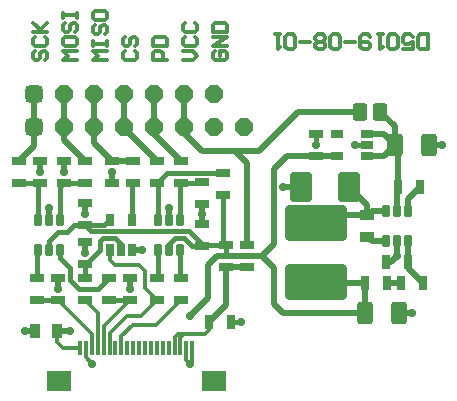
<source format=gtl>
G04*
G04 #@! TF.GenerationSoftware,Altium Limited,Altium Designer,22.3.1 (43)*
G04*
G04 Layer_Physical_Order=1*
G04 Layer_Color=255*
%FSLAX25Y25*%
%MOIN*%
G70*
G04*
G04 #@! TF.SameCoordinates,4C0AD069-EB26-4D81-AE36-419DC19207D4*
G04*
G04*
G04 #@! TF.FilePolarity,Positive*
G04*
G01*
G75*
%ADD10C,0.01181*%
G04:AMPARAMS|DCode=27|XSize=118.11mil|YSize=204.72mil|CornerRadius=11.81mil|HoleSize=0mil|Usage=FLASHONLY|Rotation=90.000|XOffset=0mil|YOffset=0mil|HoleType=Round|Shape=RoundedRectangle|*
%AMROUNDEDRECTD27*
21,1,0.11811,0.18110,0,0,90.0*
21,1,0.09449,0.20472,0,0,90.0*
1,1,0.02362,0.09055,0.04724*
1,1,0.02362,0.09055,-0.04724*
1,1,0.02362,-0.09055,-0.04724*
1,1,0.02362,-0.09055,0.04724*
%
%ADD27ROUNDEDRECTD27*%
G04:AMPARAMS|DCode=28|XSize=72.84mil|YSize=51.18mil|CornerRadius=7.68mil|HoleSize=0mil|Usage=FLASHONLY|Rotation=270.000|XOffset=0mil|YOffset=0mil|HoleType=Round|Shape=RoundedRectangle|*
%AMROUNDEDRECTD28*
21,1,0.07284,0.03583,0,0,270.0*
21,1,0.05748,0.05118,0,0,270.0*
1,1,0.01535,-0.01791,-0.02874*
1,1,0.01535,-0.01791,0.02874*
1,1,0.01535,0.01791,0.02874*
1,1,0.01535,0.01791,-0.02874*
%
%ADD28ROUNDEDRECTD28*%
G04:AMPARAMS|DCode=29|XSize=74.8mil|YSize=98.43mil|CornerRadius=11.22mil|HoleSize=0mil|Usage=FLASHONLY|Rotation=180.000|XOffset=0mil|YOffset=0mil|HoleType=Round|Shape=RoundedRectangle|*
%AMROUNDEDRECTD29*
21,1,0.07480,0.07598,0,0,180.0*
21,1,0.05236,0.09843,0,0,180.0*
1,1,0.02244,-0.02618,0.03799*
1,1,0.02244,0.02618,0.03799*
1,1,0.02244,0.02618,-0.03799*
1,1,0.02244,-0.02618,-0.03799*
%
%ADD29ROUNDEDRECTD29*%
G04:AMPARAMS|DCode=30|XSize=49.21mil|YSize=27.56mil|CornerRadius=2.76mil|HoleSize=0mil|Usage=FLASHONLY|Rotation=0.000|XOffset=0mil|YOffset=0mil|HoleType=Round|Shape=RoundedRectangle|*
%AMROUNDEDRECTD30*
21,1,0.04921,0.02205,0,0,0.0*
21,1,0.04370,0.02756,0,0,0.0*
1,1,0.00551,0.02185,-0.01102*
1,1,0.00551,-0.02185,-0.01102*
1,1,0.00551,-0.02185,0.01102*
1,1,0.00551,0.02185,0.01102*
%
%ADD30ROUNDEDRECTD30*%
G04:AMPARAMS|DCode=31|XSize=23.62mil|YSize=43.31mil|CornerRadius=5.91mil|HoleSize=0mil|Usage=FLASHONLY|Rotation=0.000|XOffset=0mil|YOffset=0mil|HoleType=Round|Shape=RoundedRectangle|*
%AMROUNDEDRECTD31*
21,1,0.02362,0.03150,0,0,0.0*
21,1,0.01181,0.04331,0,0,0.0*
1,1,0.01181,0.00591,-0.01575*
1,1,0.01181,-0.00591,-0.01575*
1,1,0.01181,-0.00591,0.01575*
1,1,0.01181,0.00591,0.01575*
%
%ADD31ROUNDEDRECTD31*%
G04:AMPARAMS|DCode=32|XSize=49.21mil|YSize=31.5mil|CornerRadius=3.15mil|HoleSize=0mil|Usage=FLASHONLY|Rotation=90.000|XOffset=0mil|YOffset=0mil|HoleType=Round|Shape=RoundedRectangle|*
%AMROUNDEDRECTD32*
21,1,0.04921,0.02520,0,0,90.0*
21,1,0.04291,0.03150,0,0,90.0*
1,1,0.00630,0.01260,0.02146*
1,1,0.00630,0.01260,-0.02146*
1,1,0.00630,-0.01260,-0.02146*
1,1,0.00630,-0.01260,0.02146*
%
%ADD32ROUNDEDRECTD32*%
G04:AMPARAMS|DCode=33|XSize=49.21mil|YSize=31.5mil|CornerRadius=3.15mil|HoleSize=0mil|Usage=FLASHONLY|Rotation=180.000|XOffset=0mil|YOffset=0mil|HoleType=Round|Shape=RoundedRectangle|*
%AMROUNDEDRECTD33*
21,1,0.04921,0.02520,0,0,180.0*
21,1,0.04291,0.03150,0,0,180.0*
1,1,0.00630,-0.02146,0.01260*
1,1,0.00630,0.02146,0.01260*
1,1,0.00630,0.02146,-0.01260*
1,1,0.00630,-0.02146,-0.01260*
%
%ADD33ROUNDEDRECTD33*%
G04:AMPARAMS|DCode=34|XSize=49.21mil|YSize=27.56mil|CornerRadius=2.76mil|HoleSize=0mil|Usage=FLASHONLY|Rotation=270.000|XOffset=0mil|YOffset=0mil|HoleType=Round|Shape=RoundedRectangle|*
%AMROUNDEDRECTD34*
21,1,0.04921,0.02205,0,0,270.0*
21,1,0.04370,0.02756,0,0,270.0*
1,1,0.00551,-0.01102,-0.02185*
1,1,0.00551,-0.01102,0.02185*
1,1,0.00551,0.01102,0.02185*
1,1,0.00551,0.01102,-0.02185*
%
%ADD34ROUNDEDRECTD34*%
G04:AMPARAMS|DCode=35|XSize=23.62mil|YSize=43.31mil|CornerRadius=2.36mil|HoleSize=0mil|Usage=FLASHONLY|Rotation=180.000|XOffset=0mil|YOffset=0mil|HoleType=Round|Shape=RoundedRectangle|*
%AMROUNDEDRECTD35*
21,1,0.02362,0.03858,0,0,180.0*
21,1,0.01890,0.04331,0,0,180.0*
1,1,0.00472,-0.00945,0.01929*
1,1,0.00472,0.00945,0.01929*
1,1,0.00472,0.00945,-0.01929*
1,1,0.00472,-0.00945,-0.01929*
%
%ADD35ROUNDEDRECTD35*%
G04:AMPARAMS|DCode=36|XSize=57.09mil|YSize=49.21mil|CornerRadius=9.84mil|HoleSize=0mil|Usage=FLASHONLY|Rotation=90.000|XOffset=0mil|YOffset=0mil|HoleType=Round|Shape=RoundedRectangle|*
%AMROUNDEDRECTD36*
21,1,0.05709,0.02953,0,0,90.0*
21,1,0.03740,0.04921,0,0,90.0*
1,1,0.01968,0.01476,0.01870*
1,1,0.01968,0.01476,-0.01870*
1,1,0.01968,-0.01476,-0.01870*
1,1,0.01968,-0.01476,0.01870*
%
%ADD36ROUNDEDRECTD36*%
G04:AMPARAMS|DCode=37|XSize=23.62mil|YSize=43.31mil|CornerRadius=2.36mil|HoleSize=0mil|Usage=FLASHONLY|Rotation=270.000|XOffset=0mil|YOffset=0mil|HoleType=Round|Shape=RoundedRectangle|*
%AMROUNDEDRECTD37*
21,1,0.02362,0.03858,0,0,270.0*
21,1,0.01890,0.04331,0,0,270.0*
1,1,0.00472,-0.01929,-0.00945*
1,1,0.00472,-0.01929,0.00945*
1,1,0.00472,0.01929,0.00945*
1,1,0.00472,0.01929,-0.00945*
%
%ADD37ROUNDEDRECTD37*%
%ADD38R,0.01181X0.05118*%
%ADD39R,0.07874X0.07087*%
%ADD40C,0.01968*%
%ADD41C,0.01575*%
%ADD42C,0.01200*%
%ADD43P,0.06392X8X22.5*%
G04:AMPARAMS|DCode=44|XSize=59.06mil|YSize=59.06mil|CornerRadius=14.76mil|HoleSize=0mil|Usage=FLASHONLY|Rotation=0.000|XOffset=0mil|YOffset=0mil|HoleType=Round|Shape=RoundedRectangle|*
%AMROUNDEDRECTD44*
21,1,0.05906,0.02953,0,0,0.0*
21,1,0.02953,0.05906,0,0,0.0*
1,1,0.02953,0.01476,-0.01476*
1,1,0.02953,-0.01476,-0.01476*
1,1,0.02953,-0.01476,0.01476*
1,1,0.02953,0.01476,0.01476*
%
%ADD44ROUNDEDRECTD44*%
%ADD45C,0.02756*%
D10*
X21921Y27457D02*
Y31000D01*
Y27457D02*
X24189Y25189D01*
X29740D01*
X41378Y53000D02*
X49378D01*
X39638Y54740D02*
X41378Y53000D01*
X39638Y54740D02*
Y57882D01*
X49378Y53000D02*
X51378Y51000D01*
Y45260D02*
Y51000D01*
Y45260D02*
X55378Y41260D01*
X22378Y41260D02*
X33677Y29961D01*
Y25189D02*
Y29961D01*
X39378Y41260D02*
X39378Y41260D01*
X55118Y33000D02*
X63378Y41260D01*
X47378Y33000D02*
X55118D01*
X45378Y36000D02*
X50118D01*
X39583Y30205D02*
X45378Y36000D01*
X50118D02*
X55378Y41260D01*
X43520Y29142D02*
X47378Y33000D01*
X43520Y25189D02*
Y29142D01*
X39583Y25189D02*
Y30205D01*
X37614Y32496D02*
X46378Y41260D01*
X37614Y25189D02*
Y32496D01*
X31378Y41260D02*
X35646Y36992D01*
Y25189D02*
Y36992D01*
X62378Y30000D02*
X64378D01*
X61236Y28858D02*
X62378Y30000D01*
X72638Y31260D02*
Y34000D01*
X71378Y30000D02*
X72638Y31260D01*
X64378Y30000D02*
X71378D01*
X63205Y28827D02*
X64378Y30000D01*
X63205Y25189D02*
Y28827D01*
X61236Y25189D02*
Y28858D01*
X66378Y20000D02*
X67142Y20764D01*
Y25189D01*
X65173Y21205D02*
X66378Y20000D01*
X65173Y21205D02*
Y25189D01*
X31709Y22169D02*
X33878Y20000D01*
X31709Y22169D02*
Y25189D01*
X74883Y124330D02*
X74096Y123542D01*
Y121968D01*
X74883Y121181D01*
X78032D01*
X78819Y121968D01*
Y123542D01*
X78032Y124330D01*
X76458D01*
Y122755D01*
X78819Y125904D02*
X74096D01*
X78819Y129053D01*
X74096D01*
Y130627D02*
X78819D01*
Y132988D01*
X78032Y133775D01*
X74883D01*
X74096Y132988D01*
Y130627D01*
X64096Y121181D02*
X67245D01*
X68819Y122755D01*
X67245Y124330D01*
X64096D01*
X64883Y129053D02*
X64096Y128265D01*
Y126691D01*
X64883Y125904D01*
X68032D01*
X68819Y126691D01*
Y128265D01*
X68032Y129053D01*
X64883Y133775D02*
X64096Y132988D01*
Y131414D01*
X64883Y130627D01*
X68032D01*
X68819Y131414D01*
Y132988D01*
X68032Y133775D01*
X58819Y121181D02*
X54096D01*
Y123542D01*
X54883Y124330D01*
X56458D01*
X57245Y123542D01*
Y121181D01*
X54096Y125904D02*
X58819D01*
Y128265D01*
X58032Y129053D01*
X54883D01*
X54096Y128265D01*
Y125904D01*
X44883Y124330D02*
X44096Y123542D01*
Y121968D01*
X44883Y121181D01*
X48032D01*
X48819Y121968D01*
Y123542D01*
X48032Y124330D01*
X44883Y129053D02*
X44096Y128265D01*
Y126691D01*
X44883Y125904D01*
X45670D01*
X46457Y126691D01*
Y128265D01*
X47245Y129053D01*
X48032D01*
X48819Y128265D01*
Y126691D01*
X48032Y125904D01*
X38819Y121181D02*
X34096D01*
X35670Y122755D01*
X34096Y124330D01*
X38819D01*
X34096Y125904D02*
Y127478D01*
Y126691D01*
X38819D01*
Y125904D01*
Y127478D01*
X34883Y132988D02*
X34096Y132201D01*
Y130627D01*
X34883Y129840D01*
X35670D01*
X36457Y130627D01*
Y132201D01*
X37245Y132988D01*
X38032D01*
X38819Y132201D01*
Y130627D01*
X38032Y129840D01*
X34096Y136924D02*
Y135350D01*
X34883Y134563D01*
X38032D01*
X38819Y135350D01*
Y136924D01*
X38032Y137711D01*
X34883D01*
X34096Y136924D01*
X28819Y121181D02*
X24096D01*
X25670Y122755D01*
X24096Y124330D01*
X28819D01*
X24096Y128265D02*
Y126691D01*
X24883Y125904D01*
X28032D01*
X28819Y126691D01*
Y128265D01*
X28032Y129053D01*
X24883D01*
X24096Y128265D01*
X24883Y133775D02*
X24096Y132988D01*
Y131414D01*
X24883Y130627D01*
X25670D01*
X26458Y131414D01*
Y132988D01*
X27245Y133775D01*
X28032D01*
X28819Y132988D01*
Y131414D01*
X28032Y130627D01*
X24096Y135350D02*
Y136924D01*
Y136137D01*
X28819D01*
Y135350D01*
Y136924D01*
X14883Y124330D02*
X14096Y123542D01*
Y121968D01*
X14883Y121181D01*
X15670D01*
X16457Y121968D01*
Y123542D01*
X17245Y124330D01*
X18032D01*
X18819Y123542D01*
Y121968D01*
X18032Y121181D01*
X14883Y129053D02*
X14096Y128265D01*
Y126691D01*
X14883Y125904D01*
X18032D01*
X18819Y126691D01*
Y128265D01*
X18032Y129053D01*
X14096Y130627D02*
X18819D01*
X17245D01*
X14096Y133775D01*
X16457Y131414D01*
X18819Y133775D01*
D27*
X108378Y66843D02*
D03*
Y47157D02*
D03*
D28*
X134669Y93000D02*
D03*
X146087D02*
D03*
X136087Y37000D02*
D03*
X124669D02*
D03*
D29*
X119252Y78969D02*
D03*
X103504D02*
D03*
D30*
X16378Y80260D02*
D03*
X9378Y80260D02*
D03*
X15378Y48740D02*
D03*
X63378Y80260D02*
D03*
X70378Y80740D02*
D03*
X46378Y48740D02*
D03*
Y41260D02*
D03*
X22378Y48740D02*
D03*
Y41260D02*
D03*
X16378Y87740D02*
D03*
X24378D02*
D03*
Y80260D02*
D03*
X70378Y66740D02*
D03*
Y59260D02*
D03*
X31378Y60740D02*
D03*
Y53260D02*
D03*
X40378Y80260D02*
D03*
Y87740D02*
D03*
X108378Y89260D02*
D03*
Y96740D02*
D03*
X9378Y87740D02*
D03*
X15378Y41260D02*
D03*
X77378Y76260D02*
D03*
Y83740D02*
D03*
X55378Y80260D02*
D03*
Y87740D02*
D03*
Y41260D02*
D03*
Y48740D02*
D03*
X63378Y87740D02*
D03*
Y41260D02*
D03*
Y48740D02*
D03*
X70378Y73260D02*
D03*
X31378Y41260D02*
D03*
Y48740D02*
D03*
X47378Y80260D02*
D03*
Y87740D02*
D03*
X78378Y59740D02*
D03*
Y52260D02*
D03*
X85378Y59740D02*
D03*
Y52260D02*
D03*
X31378Y80260D02*
D03*
X39378Y48740D02*
D03*
Y41260D02*
D03*
X31378Y87740D02*
D03*
Y66260D02*
D03*
Y73740D02*
D03*
D31*
X15638Y68118D02*
D03*
Y57882D02*
D03*
X23118Y68118D02*
D03*
X55638Y57882D02*
D03*
X131638Y60882D02*
D03*
Y71118D02*
D03*
X135378D02*
D03*
X139118D02*
D03*
Y60882D02*
D03*
X63118Y68118D02*
D03*
Y57882D02*
D03*
X23118D02*
D03*
X19378D02*
D03*
Y68118D02*
D03*
X135378Y60882D02*
D03*
X59378Y57882D02*
D03*
X55638Y68118D02*
D03*
X59378D02*
D03*
D32*
X21921Y31000D02*
D03*
X14835D02*
D03*
D33*
X125378Y69543D02*
D03*
Y62457D02*
D03*
D34*
X72638Y34000D02*
D03*
X80118D02*
D03*
X143118Y79000D02*
D03*
X135638D02*
D03*
X124638Y47000D02*
D03*
X132118D02*
D03*
X136638D02*
D03*
X144118D02*
D03*
X139118Y54000D02*
D03*
X131638D02*
D03*
D35*
X43378Y57882D02*
D03*
X39638Y68118D02*
D03*
X47118D02*
D03*
Y57882D02*
D03*
X39638D02*
D03*
D36*
X129823Y104000D02*
D03*
X122933D02*
D03*
D37*
X125496Y96740D02*
D03*
Y89260D02*
D03*
X115260D02*
D03*
Y96740D02*
D03*
X125496Y93000D02*
D03*
D38*
X63205Y25189D02*
D03*
X61236D02*
D03*
X59268D02*
D03*
X57299D02*
D03*
X55331D02*
D03*
X53362D02*
D03*
X51394D02*
D03*
X49425D02*
D03*
X47457D02*
D03*
X41551D02*
D03*
X39583D02*
D03*
X37614D02*
D03*
X35646D02*
D03*
X33677D02*
D03*
X31709D02*
D03*
X29740D02*
D03*
X43520D02*
D03*
X45488D02*
D03*
X65173D02*
D03*
X67142D02*
D03*
D39*
X22654Y14362D02*
D03*
X74228D02*
D03*
D40*
X70378Y66740D02*
Y70000D01*
Y73260D01*
X47118Y57882D02*
X47236Y58000D01*
X50378D01*
X19378Y68118D02*
Y72000D01*
X31378Y70000D02*
Y73740D01*
X11378Y31000D02*
X14835D01*
X21921D02*
X26378D01*
X40378Y80260D02*
Y84000D01*
X24378D02*
Y87740D01*
X16378Y84000D02*
Y87740D01*
X22378Y45000D02*
Y48740D01*
X46378Y45000D02*
Y48740D01*
X31378Y57000D02*
Y60740D01*
X59378Y68118D02*
Y72000D01*
X146087Y93000D02*
X150378D01*
X94378Y85000D02*
X98638Y89260D01*
X89378Y91000D02*
X102378Y104000D01*
X81378Y91000D02*
X89378D01*
X94378Y60000D02*
Y85000D01*
X90378Y56000D02*
X94378Y60000D01*
X90378Y56000D02*
X94378Y52000D01*
Y40000D02*
Y52000D01*
Y40000D02*
X97378Y37000D01*
X124669D01*
X124638Y37031D02*
X124669Y37000D01*
X124638Y37031D02*
Y47000D01*
X103472Y79000D02*
X103504Y78969D01*
X97378Y79000D02*
X103472D01*
X125378Y69543D02*
Y72843D01*
X119252Y78969D02*
X125378Y72843D01*
X70378Y91000D02*
X81378D01*
X85378Y87000D01*
Y59740D02*
Y87000D01*
X102378Y104000D02*
X122933D01*
X64378Y97000D02*
X70378Y91000D01*
X64378Y97000D02*
Y99000D01*
Y110000D01*
X54378Y96740D02*
X63378Y87740D01*
X54378Y96740D02*
Y99000D01*
Y110000D01*
X44378Y98740D02*
X55378Y87740D01*
X44378Y98740D02*
Y99000D01*
Y110000D01*
X40378Y87740D02*
X47378D01*
X34378Y93740D02*
X40378Y87740D01*
X34378Y93740D02*
Y99000D01*
Y110000D01*
X24378Y99000D02*
Y110000D01*
Y94740D02*
X31378Y87740D01*
X24378Y94740D02*
Y99000D01*
X9378Y87740D02*
X14378Y92740D01*
Y99000D01*
Y110000D01*
X130929Y96740D02*
X134669Y93000D01*
X125496Y96740D02*
X130929D01*
X130929Y89260D02*
X134669Y93000D01*
X125496Y89260D02*
X130929D01*
X129823Y104000D02*
X134669Y99154D01*
Y93000D02*
Y99154D01*
Y93000D02*
X135638Y92032D01*
Y79000D02*
Y92032D01*
X126953Y60882D02*
X131638D01*
X125378Y62457D02*
X126953Y60882D01*
X108378Y66843D02*
X111079Y69543D01*
X125378D01*
X126953Y71118D02*
X131638D01*
X125378Y69543D02*
X126953Y71118D01*
X135378Y78740D02*
X135638Y79000D01*
X135378Y71118D02*
Y78740D01*
X78378Y52260D02*
X85378D01*
X78378Y39740D02*
Y52260D01*
X72638Y34000D02*
X78378Y39740D01*
X139118Y71118D02*
Y75000D01*
X143118Y79000D01*
X132118Y47000D02*
X136638D01*
X139118Y54000D02*
Y60882D01*
Y52000D02*
Y54000D01*
Y52000D02*
X144118Y47000D01*
X78378Y56000D02*
X90378D01*
X98638Y89260D02*
X108378D01*
X115260D01*
X66378Y36000D02*
X72378Y42000D01*
X75378Y56000D02*
X78378D01*
X72378Y53000D02*
X75378Y56000D01*
X72378Y42000D02*
Y53000D01*
X133378Y54000D02*
X135378Y56000D01*
X131638Y54000D02*
X133378D01*
X135378Y56000D02*
Y60882D01*
X136087Y37000D02*
X140378D01*
X108535Y47000D02*
X124638D01*
X108378Y47157D02*
X108535Y47000D01*
D41*
X69898Y80260D02*
X70378Y80740D01*
X63378Y80260D02*
X69898D01*
X37780Y66260D02*
X39638Y68118D01*
X31378Y66260D02*
X37780D01*
X77378Y59740D02*
Y76260D01*
X108378Y93000D02*
Y96740D01*
X24378Y80260D02*
X24378Y80260D01*
X31378D01*
X23118Y79000D02*
X24378Y80260D01*
X23118Y68118D02*
Y79000D01*
X16378Y80260D02*
X16378Y80260D01*
X9378Y80260D02*
X16378D01*
X15638Y79520D02*
X16378Y80260D01*
X15638Y68118D02*
Y79520D01*
X47118Y80000D02*
X47378Y80260D01*
X47118Y68118D02*
Y80000D01*
X63118Y80000D02*
X63378Y80260D01*
X63118Y68118D02*
Y80000D01*
X55378Y80260D02*
X55638Y80000D01*
Y68118D02*
Y80000D01*
X58858Y83740D02*
X77378D01*
X55378Y80260D02*
X58858Y83740D01*
X78378Y56000D02*
Y59740D01*
X77378D02*
X78378D01*
X70858D02*
X77378D01*
X70378Y59260D02*
X70858Y59740D01*
X27638Y66260D02*
X31378D01*
X25378Y64000D02*
X27638Y66260D01*
X22378Y64000D02*
X25378D01*
X19378Y61000D02*
X22378Y64000D01*
X19378Y57882D02*
Y61000D01*
X36378D02*
X37378Y62000D01*
X36378Y58000D02*
Y61000D01*
X31638Y53260D02*
X36378Y58000D01*
X31378Y53260D02*
X31638D01*
X70378Y59260D02*
Y60000D01*
X66203Y64175D02*
X70378Y60000D01*
X33463Y64175D02*
X66203D01*
X67118Y59260D02*
X70378D01*
X64378Y62000D02*
X67118Y59260D01*
X61378Y62000D02*
X64378D01*
X59378Y60000D02*
X61378Y62000D01*
X59378Y57882D02*
Y60000D01*
X31378Y66260D02*
X33463Y64175D01*
X41378Y62000D02*
X43378Y60000D01*
X37378Y62000D02*
X41378D01*
X43378Y57882D02*
Y60000D01*
X39378Y41260D02*
X46378D01*
X15378Y41260D02*
X15378Y41260D01*
X22378D01*
X35638Y45000D02*
X39378Y48740D01*
X29378Y45000D02*
X35638D01*
X26378Y48000D02*
X29378Y45000D01*
X31378Y48740D02*
Y53260D01*
X23118Y55260D02*
X26378Y52000D01*
Y48000D02*
Y52000D01*
X63118Y49000D02*
X63378Y48740D01*
X63118Y49000D02*
Y55882D01*
X55378Y48740D02*
X55638Y49000D01*
Y55882D01*
X23118Y55260D02*
Y57882D01*
X15378Y57622D02*
X15638Y57882D01*
X15378Y48740D02*
Y57622D01*
X121378Y93000D02*
X125496D01*
X80118Y34000D02*
X83378D01*
D42*
X145669Y124923D02*
Y129921D01*
X143170D01*
X142337Y129088D01*
Y125756D01*
X143170Y124923D01*
X145669D01*
X137339D02*
X140671D01*
Y127422D01*
X139005Y126589D01*
X138172D01*
X137339Y127422D01*
Y129088D01*
X138172Y129921D01*
X139838D01*
X140671Y129088D01*
X135672Y125756D02*
X134839Y124923D01*
X133173D01*
X132340Y125756D01*
Y129088D01*
X133173Y129921D01*
X134839D01*
X135672Y129088D01*
Y125756D01*
X130674Y129921D02*
X129008D01*
X129841D01*
Y124923D01*
X130674Y125756D01*
X126509Y129088D02*
X125676Y129921D01*
X124010D01*
X123177Y129088D01*
Y125756D01*
X124010Y124923D01*
X125676D01*
X126509Y125756D01*
Y126589D01*
X125676Y127422D01*
X123177D01*
X121510D02*
X118178D01*
X116512Y125756D02*
X115679Y124923D01*
X114013D01*
X113180Y125756D01*
Y129088D01*
X114013Y129921D01*
X115679D01*
X116512Y129088D01*
Y125756D01*
X111514D02*
X110681Y124923D01*
X109014D01*
X108181Y125756D01*
Y126589D01*
X109014Y127422D01*
X108181Y128255D01*
Y129088D01*
X109014Y129921D01*
X110681D01*
X111514Y129088D01*
Y128255D01*
X110681Y127422D01*
X111514Y126589D01*
Y125756D01*
X110681Y127422D02*
X109014D01*
X106515D02*
X103183D01*
X101517Y125756D02*
X100684Y124923D01*
X99018D01*
X98185Y125756D01*
Y129088D01*
X99018Y129921D01*
X100684D01*
X101517Y129088D01*
Y125756D01*
X96519Y129921D02*
X94852D01*
X95685D01*
Y124923D01*
X96519Y125756D01*
D43*
X64378Y99000D02*
D03*
X24378D02*
D03*
X34378D02*
D03*
X44378D02*
D03*
X54378D02*
D03*
X74378D02*
D03*
X84378D02*
D03*
X74378Y110000D02*
D03*
X54378D02*
D03*
X44378D02*
D03*
X34378D02*
D03*
X24378D02*
D03*
X64378D02*
D03*
D44*
X14378Y99000D02*
D03*
Y110000D02*
D03*
D45*
X31378Y70000D02*
D03*
X26378Y31000D02*
D03*
X70378Y70000D02*
D03*
X19378Y72000D02*
D03*
X108378Y93000D02*
D03*
X150378D02*
D03*
X97378Y79000D02*
D03*
X121378Y93000D02*
D03*
X66378Y36000D02*
D03*
X83378Y34000D02*
D03*
X31378Y57000D02*
D03*
X59378Y72000D02*
D03*
X40378Y84000D02*
D03*
X11378Y31000D02*
D03*
X22378Y45000D02*
D03*
X16378Y84000D02*
D03*
X24378D02*
D03*
X140378Y37000D02*
D03*
X50378Y58000D02*
D03*
X135378Y56000D02*
D03*
X46378Y45000D02*
D03*
X33878Y20000D02*
D03*
X66378D02*
D03*
M02*

</source>
